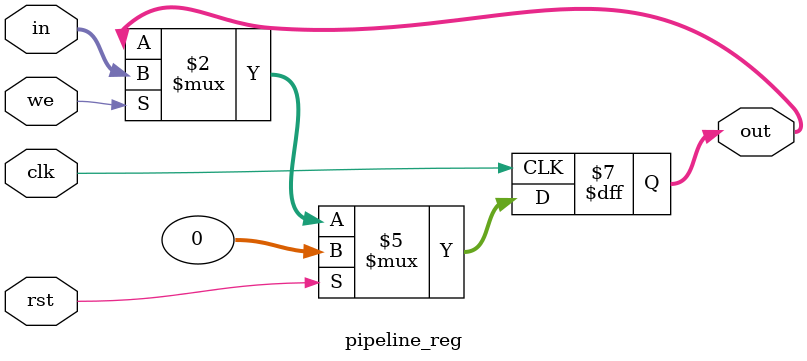
<source format=v>
module pipeline_reg #(
    parameter WIDTH = 32,
    parameter RESET_VAL = {WIDTH{1'b0}}
) (
    input clk,
    input rst,
    input we,
    input [WIDTH - 1:0] in,
    output reg [WIDTH - 1:0] out
);
    always @(posedge clk) begin
        if (rst) begin
            out <= RESET_VAL;
        end else if (we) begin 
            out <= in;
        end
    end
endmodule
</source>
